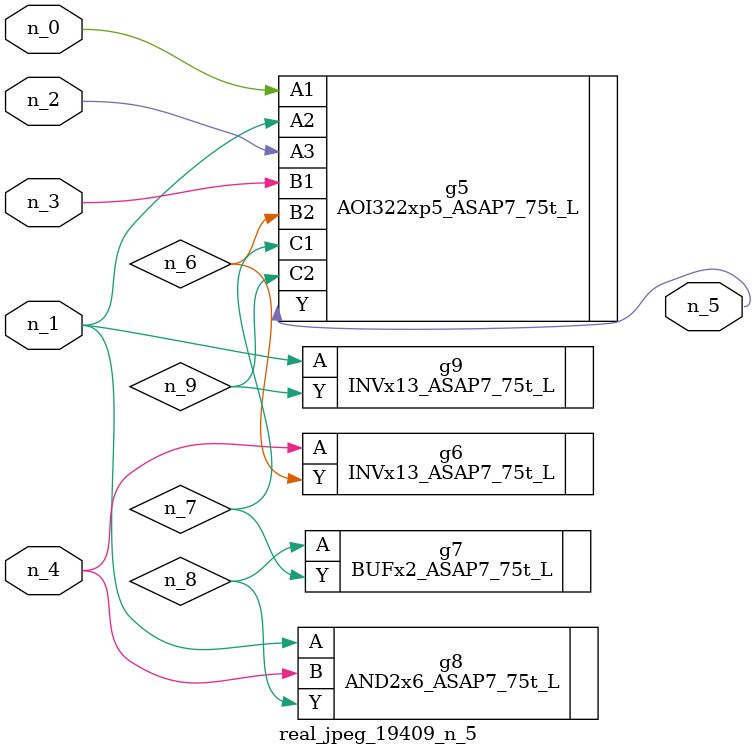
<source format=v>
module real_jpeg_19409_n_5 (n_4, n_0, n_1, n_2, n_3, n_5);

input n_4;
input n_0;
input n_1;
input n_2;
input n_3;

output n_5;

wire n_8;
wire n_6;
wire n_7;
wire n_9;

AOI322xp5_ASAP7_75t_L g5 ( 
.A1(n_0),
.A2(n_1),
.A3(n_2),
.B1(n_3),
.B2(n_6),
.C1(n_7),
.C2(n_9),
.Y(n_5)
);

AND2x6_ASAP7_75t_L g8 ( 
.A(n_1),
.B(n_4),
.Y(n_8)
);

INVx13_ASAP7_75t_L g9 ( 
.A(n_1),
.Y(n_9)
);

INVx13_ASAP7_75t_L g6 ( 
.A(n_4),
.Y(n_6)
);

BUFx2_ASAP7_75t_L g7 ( 
.A(n_8),
.Y(n_7)
);


endmodule
</source>
